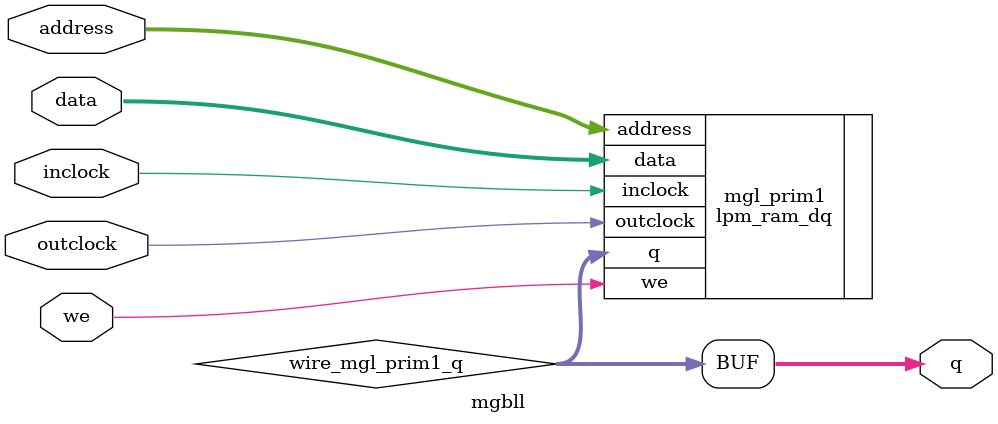
<source format=v>






//synthesis_resources = lpm_ram_dq 1 
//synopsys translate_off
`timescale 1 ps / 1 ps
//synopsys translate_on
module  mgbll
	( 
	address,
	data,
	inclock,
	outclock,
	q,
	we) /* synthesis synthesis_clearbox=1 */;
	input   [7:0]  address;
	input   [7:0]  data;
	input   inclock;
	input   outclock;
	output   [7:0]  q;
	input   we;

	wire  [7:0]   wire_mgl_prim1_q;

	lpm_ram_dq   mgl_prim1
	( 
	.address(address),
	.data(data),
	.inclock(inclock),
	.outclock(outclock),
	.q(wire_mgl_prim1_q),
	.we(we));
	defparam
		mgl_prim1.intended_device_family = "MAX3000A",
		mgl_prim1.lpm_address_control = "REGISTERED",
		mgl_prim1.lpm_indata = "REGISTERED",
		mgl_prim1.lpm_outdata = "REGISTERED",
		mgl_prim1.lpm_width = 8,
		mgl_prim1.lpm_widthad = 8;
	assign
		q = wire_mgl_prim1_q;
endmodule //mgbll
//VALID FILE

</source>
